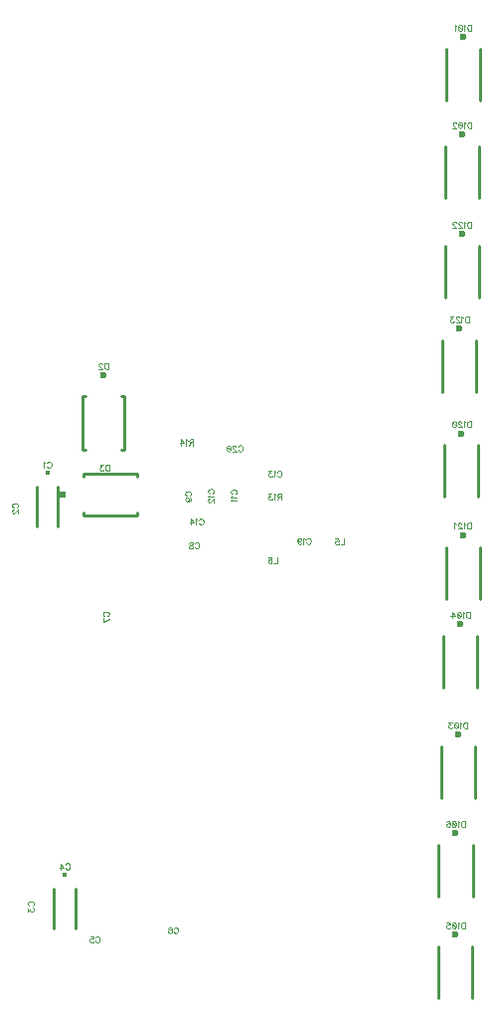
<source format=gbr>
G04 DipTrace 3.3.1.3*
G04 BottomSilk.gbr*
%MOMM*%
G04 #@! TF.FileFunction,Legend,Bot*
G04 #@! TF.Part,Single*
%ADD10C,0.25*%
%ADD30O,0.39996X0.39985*%
%ADD39O,0.59978X0.60023*%
%ADD41O,0.60023X0.59978*%
%ADD46O,0.60002X0.60023*%
%ADD152C,0.07843*%
%FSLAX35Y35*%
G04*
G71*
G90*
G75*
G01*
G04 BotSilk*
%LPD*%
X1597000Y6185025D2*
D10*
Y5844960D1*
X1777000Y6185025D2*
Y5844960D1*
D30*
X1687000Y6305007D3*
X1743000Y2768025D2*
D10*
Y2427960D1*
X1923000Y2768025D2*
Y2427960D1*
D30*
X1833000Y2888007D3*
X1981992Y6954009D2*
D10*
Y6503992D1*
X2342002Y6954009D2*
Y6503992D1*
X1981992D2*
X2007012D1*
X1981992Y6954009D2*
X2007012D1*
X2316981Y6503992D2*
X2342002D1*
X2316981Y6954009D2*
X2342002D1*
D39*
X2161997Y7136489D3*
X1996991Y5938992D2*
D10*
X2447008D1*
X1996991Y6299002D2*
X2447008D1*
Y5938992D2*
Y5964012D1*
X1996991Y5938992D2*
Y5964012D1*
X2447008Y6273981D2*
Y6299002D1*
X1996991Y6273981D2*
Y6299002D1*
D41*
X1814511Y6118997D3*
X5082995Y9912997D2*
D10*
Y9473031D1*
X5372998Y9912997D2*
Y9473031D1*
D46*
X5228011Y10012995D3*
X5072995Y9084997D2*
D10*
Y8645031D1*
X5362998Y9084997D2*
Y8645031D1*
D46*
X5218011Y9184995D3*
X5037995Y3978997D2*
D10*
Y3539031D1*
X5327998Y3978997D2*
Y3539031D1*
D46*
X5183011Y4078995D3*
X5058995Y4918997D2*
D10*
Y4479031D1*
X5348998Y4918997D2*
Y4479031D1*
D46*
X5204011Y5018995D3*
X5017995Y2274997D2*
D10*
Y1835031D1*
X5307998Y2274997D2*
Y1835031D1*
D46*
X5163011Y2374995D3*
X5018995Y3137997D2*
D10*
Y2698031D1*
X5308998Y3137997D2*
Y2698031D1*
D46*
X5164011Y3237995D3*
X5068995Y6538997D2*
D10*
Y6099031D1*
X5358998Y6538997D2*
Y6099031D1*
D46*
X5214011Y6638995D3*
X5079995Y5673997D2*
D10*
Y5234031D1*
X5369998Y5673997D2*
Y5234031D1*
D46*
X5225011Y5773995D3*
X5071995Y8235997D2*
D10*
Y7796031D1*
X5361998Y8235997D2*
Y7796031D1*
D46*
X5217011Y8335995D3*
X5050995Y7430984D2*
D10*
Y6991018D1*
X5340998Y7430984D2*
Y6991018D1*
D46*
X5196011Y7530982D3*
X1682714Y6387265D2*
D152*
X1685129Y6392095D1*
X1690014Y6396980D1*
X1694843Y6399395D1*
X1704558D1*
X1709443Y6396980D1*
X1714272Y6392095D1*
X1716743Y6387265D1*
X1719158Y6379965D1*
Y6367780D1*
X1716743Y6360536D1*
X1714272Y6355651D1*
X1709443Y6350822D1*
X1704558Y6348351D1*
X1694843D1*
X1690014Y6350822D1*
X1685129Y6355651D1*
X1682714Y6360536D1*
X1667028Y6389624D2*
X1662142Y6392095D1*
X1654842Y6399338D1*
Y6348351D1*
X1398735Y6009636D2*
X1393906Y6012051D1*
X1389020Y6016936D1*
X1386606Y6021765D1*
Y6031480D1*
X1389020Y6036365D1*
X1393906Y6041194D1*
X1398735Y6043665D1*
X1406035Y6046080D1*
X1418220D1*
X1425464Y6043665D1*
X1430349Y6041194D1*
X1435179Y6036365D1*
X1437649Y6031480D1*
Y6021765D1*
X1435179Y6016936D1*
X1430349Y6012051D1*
X1425464Y6009636D1*
X1398791Y5991479D2*
X1396376D1*
X1391491Y5989064D1*
X1389076Y5986650D1*
X1386662Y5981764D1*
Y5972050D1*
X1389076Y5967221D1*
X1391491Y5964806D1*
X1396376Y5962335D1*
X1401205D1*
X1406091Y5964806D1*
X1413335Y5969635D1*
X1437649Y5993950D1*
Y5959921D1*
X1531735Y2620636D2*
X1526906Y2623051D1*
X1522020Y2627936D1*
X1519606Y2632765D1*
Y2642480D1*
X1522020Y2647365D1*
X1526906Y2652194D1*
X1531735Y2654665D1*
X1539035Y2657080D1*
X1551220D1*
X1558464Y2654665D1*
X1563349Y2652194D1*
X1568179Y2647365D1*
X1570649Y2642480D1*
Y2632765D1*
X1568179Y2627936D1*
X1563349Y2623051D1*
X1558464Y2620636D1*
X1519662Y2600064D2*
Y2573391D1*
X1539091Y2587935D1*
Y2580635D1*
X1541505Y2575806D1*
X1543920Y2573391D1*
X1551220Y2570921D1*
X1556049D1*
X1563349Y2573391D1*
X1568235Y2578221D1*
X1570649Y2585521D1*
Y2592820D1*
X1568235Y2600064D1*
X1565764Y2602479D1*
X1560935Y2604950D1*
X1840843Y2970265D2*
X1843258Y2975095D1*
X1848143Y2979980D1*
X1852972Y2982395D1*
X1862687D1*
X1867572Y2979980D1*
X1872402Y2975095D1*
X1874872Y2970265D1*
X1877287Y2962965D1*
Y2950780D1*
X1874872Y2943536D1*
X1872402Y2938651D1*
X1867572Y2933822D1*
X1862687Y2931351D1*
X1852972D1*
X1848143Y2933822D1*
X1843258Y2938651D1*
X1840843Y2943536D1*
X1800842Y2931351D2*
Y2982338D1*
X1825157Y2948365D1*
X1788713D1*
X2095636Y2349265D2*
X2098050Y2354095D1*
X2102936Y2358980D1*
X2107765Y2361395D1*
X2117480D1*
X2122365Y2358980D1*
X2127194Y2354095D1*
X2129665Y2349265D1*
X2132080Y2341965D1*
Y2329780D1*
X2129665Y2322536D1*
X2127194Y2317651D1*
X2122365Y2312822D1*
X2117480Y2310351D1*
X2107765D1*
X2102936Y2312822D1*
X2098050Y2317651D1*
X2095636Y2322536D1*
X2050806Y2361338D2*
X2075064D1*
X2077479Y2339495D1*
X2075064Y2341909D1*
X2067764Y2344380D1*
X2060520D1*
X2053220Y2341909D1*
X2048335Y2337080D1*
X2045920Y2329780D1*
Y2324951D1*
X2048335Y2317651D1*
X2053220Y2312765D1*
X2060520Y2310351D1*
X2067764D1*
X2075064Y2312765D1*
X2077479Y2315236D1*
X2079950Y2320065D1*
X2761400Y2426265D2*
X2763815Y2431095D1*
X2768700Y2435980D1*
X2773530Y2438395D1*
X2783244D1*
X2788130Y2435980D1*
X2792959Y2431095D1*
X2795430Y2426265D1*
X2797844Y2418965D1*
Y2406780D1*
X2795430Y2399536D1*
X2792959Y2394651D1*
X2788130Y2389822D1*
X2783244Y2387351D1*
X2773530D1*
X2768700Y2389822D1*
X2763815Y2394651D1*
X2761400Y2399536D1*
X2716570Y2431095D2*
X2718985Y2435924D1*
X2726285Y2438338D1*
X2731114D1*
X2738414Y2435924D1*
X2743300Y2428624D1*
X2745714Y2416495D1*
Y2404365D1*
X2743300Y2394651D1*
X2738414Y2389765D1*
X2731114Y2387351D1*
X2728700D1*
X2721456Y2389765D1*
X2716570Y2394651D1*
X2714156Y2401951D1*
Y2404365D1*
X2716570Y2411665D1*
X2721456Y2416495D1*
X2728700Y2418909D1*
X2731114D1*
X2738414Y2416495D1*
X2743300Y2411665D1*
X2745714Y2404365D1*
X2171735Y5087636D2*
X2166906Y5090051D1*
X2162020Y5094936D1*
X2159606Y5099765D1*
Y5109480D1*
X2162020Y5114365D1*
X2166906Y5119194D1*
X2171735Y5121665D1*
X2179035Y5124080D1*
X2191220D1*
X2198464Y5121665D1*
X2203349Y5119194D1*
X2208179Y5114365D1*
X2210649Y5109480D1*
Y5099765D1*
X2208179Y5094936D1*
X2203349Y5090051D1*
X2198464Y5087636D1*
X2210649Y5062235D2*
X2159662Y5037921D1*
Y5071950D1*
X2942608Y5700265D2*
X2945022Y5705095D1*
X2949908Y5709980D1*
X2954737Y5712395D1*
X2964452D1*
X2969337Y5709980D1*
X2974166Y5705095D1*
X2976637Y5700265D1*
X2979052Y5692965D1*
Y5680780D1*
X2976637Y5673536D1*
X2974166Y5668651D1*
X2969337Y5663822D1*
X2964452Y5661351D1*
X2954737D1*
X2949908Y5663822D1*
X2945022Y5668651D1*
X2942608Y5673536D1*
X2914792Y5712338D2*
X2922036Y5709924D1*
X2924507Y5705095D1*
Y5700209D1*
X2922036Y5695380D1*
X2917207Y5692909D1*
X2907492Y5690495D1*
X2900192Y5688080D1*
X2895363Y5683195D1*
X2892948Y5678365D1*
Y5671065D1*
X2895363Y5666236D1*
X2897778Y5663765D1*
X2905078Y5661351D1*
X2914792D1*
X2922036Y5663765D1*
X2924507Y5666236D1*
X2926921Y5671065D1*
Y5678365D1*
X2924507Y5683195D1*
X2919621Y5688080D1*
X2912378Y5690495D1*
X2902663Y5692909D1*
X2897778Y5695380D1*
X2895363Y5700209D1*
Y5705095D1*
X2897778Y5709924D1*
X2905078Y5712338D1*
X2914792D1*
X2871735Y6109429D2*
X2866906Y6111843D1*
X2862020Y6116729D1*
X2859606Y6121558D1*
Y6131273D1*
X2862020Y6136158D1*
X2866906Y6140987D1*
X2871735Y6143458D1*
X2879035Y6145872D1*
X2891220D1*
X2898464Y6143458D1*
X2903349Y6140987D1*
X2908179Y6136158D1*
X2910649Y6131272D1*
Y6121558D1*
X2908179Y6116729D1*
X2903349Y6111843D1*
X2898464Y6109429D1*
X2876620Y6062128D2*
X2883920Y6064599D1*
X2888805Y6069428D1*
X2891220Y6076728D1*
Y6079143D1*
X2888806Y6086442D1*
X2883920Y6091272D1*
X2876620Y6093742D1*
X2874205D1*
X2866905Y6091272D1*
X2862076Y6086443D1*
X2859662Y6079143D1*
Y6076728D1*
X2862076Y6069428D1*
X2866905Y6064599D1*
X2876620Y6062128D1*
X2888805D1*
X2900935Y6064599D1*
X2908235Y6069428D1*
X2910649Y6076728D1*
Y6081557D1*
X2908235Y6088857D1*
X2903349Y6091272D1*
X3261735Y6123650D2*
X3256906Y6126065D1*
X3252020Y6130950D1*
X3249606Y6135779D1*
Y6145494D1*
X3252020Y6150379D1*
X3256906Y6155208D1*
X3261735Y6157679D1*
X3269035Y6160094D1*
X3281220D1*
X3288464Y6157679D1*
X3293349Y6155208D1*
X3298179Y6150379D1*
X3300649Y6145494D1*
Y6135779D1*
X3298179Y6130950D1*
X3293349Y6126064D1*
X3288464Y6123650D1*
X3259376Y6107964D2*
X3256905Y6103078D1*
X3249662Y6095778D1*
X3300649D1*
X3259376Y6080092D2*
X3256905Y6075207D1*
X3249662Y6067907D1*
X3300649D1*
X3066735Y6130572D2*
X3061906Y6132986D1*
X3057020Y6137872D1*
X3054606Y6142701D1*
Y6152416D1*
X3057020Y6157301D1*
X3061905Y6162130D1*
X3066735Y6164601D1*
X3074035Y6167016D1*
X3086220D1*
X3093464Y6164601D1*
X3098349Y6162130D1*
X3103178Y6157301D1*
X3105649Y6152416D1*
Y6142701D1*
X3103179Y6137872D1*
X3098349Y6132986D1*
X3093464Y6130572D1*
X3064376Y6114886D2*
X3061906Y6110000D1*
X3054662Y6102700D1*
X3105649D1*
X3066791Y6084543D2*
X3064376D1*
X3059491Y6082129D1*
X3057076Y6079714D1*
X3054662Y6074829D1*
Y6065114D1*
X3057076Y6060285D1*
X3059491Y6057870D1*
X3064376Y6055399D1*
X3069205D1*
X3074091Y6057870D1*
X3081335Y6062699D1*
X3105649Y6087014D1*
Y6052985D1*
X3644572Y6309265D2*
X3646986Y6314095D1*
X3651872Y6318980D1*
X3656701Y6321395D1*
X3666416D1*
X3671301Y6318980D1*
X3676130Y6314095D1*
X3678601Y6309265D1*
X3681016Y6301965D1*
Y6289780D1*
X3678601Y6282536D1*
X3676130Y6277651D1*
X3671301Y6272822D1*
X3666416Y6270351D1*
X3656701D1*
X3651872Y6272822D1*
X3646986Y6277651D1*
X3644572Y6282536D1*
X3628885Y6311624D2*
X3624000Y6314095D1*
X3616700Y6321338D1*
Y6270351D1*
X3596128Y6321338D2*
X3569455D1*
X3583999Y6301909D1*
X3576699D1*
X3571870Y6299495D1*
X3569455Y6297080D1*
X3566984Y6289780D1*
Y6284951D1*
X3569455Y6277651D1*
X3574284Y6272765D1*
X3581584Y6270351D1*
X3588884D1*
X3596128Y6272765D1*
X3598543Y6275236D1*
X3601014Y6280065D1*
X2978779Y5903265D2*
X2981194Y5908095D1*
X2986079Y5912980D1*
X2990908Y5915395D1*
X3000623D1*
X3005508Y5912980D1*
X3010337Y5908095D1*
X3012808Y5903265D1*
X3015223Y5895965D1*
Y5883780D1*
X3012808Y5876536D1*
X3010337Y5871651D1*
X3005508Y5866822D1*
X3000623Y5864351D1*
X2990908D1*
X2986079Y5866822D1*
X2981194Y5871651D1*
X2978779Y5876536D1*
X2963093Y5905624D2*
X2958207Y5908095D1*
X2950907Y5915338D1*
Y5864351D1*
X2910906D2*
Y5915338D1*
X2935221Y5881365D1*
X2898777D1*
X3893364Y5738265D2*
X3895779Y5743095D1*
X3900664Y5747980D1*
X3905494Y5750395D1*
X3915208D1*
X3920094Y5747980D1*
X3924923Y5743095D1*
X3927394Y5738265D1*
X3929808Y5730965D1*
Y5718780D1*
X3927394Y5711536D1*
X3924923Y5706651D1*
X3920094Y5701822D1*
X3915208Y5699351D1*
X3905494D1*
X3900664Y5701822D1*
X3895779Y5706651D1*
X3893364Y5711536D1*
X3877678Y5740624D2*
X3872793Y5743095D1*
X3865493Y5750338D1*
Y5699351D1*
X3818192Y5733380D2*
X3820663Y5726080D1*
X3825492Y5721195D1*
X3832792Y5718780D1*
X3835206D1*
X3842506Y5721195D1*
X3847336Y5726080D1*
X3849806Y5733380D1*
Y5735795D1*
X3847336Y5743095D1*
X3842506Y5747924D1*
X3835206Y5750338D1*
X3832792D1*
X3825492Y5747924D1*
X3820663Y5743095D1*
X3818192Y5733380D1*
Y5721195D1*
X3820663Y5709065D1*
X3825492Y5701765D1*
X3832792Y5699351D1*
X3837621D1*
X3844921Y5701765D1*
X3847336Y5706651D1*
X3310494Y6526265D2*
X3312908Y6531095D1*
X3317794Y6535980D1*
X3322623Y6538395D1*
X3332337D1*
X3337223Y6535980D1*
X3342052Y6531095D1*
X3344523Y6526265D1*
X3346937Y6518965D1*
Y6506780D1*
X3344523Y6499536D1*
X3342052Y6494651D1*
X3337223Y6489822D1*
X3332337Y6487351D1*
X3322623D1*
X3317794Y6489822D1*
X3312908Y6494651D1*
X3310494Y6499536D1*
X3292337Y6526209D2*
Y6528624D1*
X3289922Y6533509D1*
X3287507Y6535924D1*
X3282622Y6538338D1*
X3272907D1*
X3268078Y6535924D1*
X3265663Y6533509D1*
X3263193Y6528624D1*
Y6523795D1*
X3265663Y6518909D1*
X3270493Y6511665D1*
X3294807Y6487351D1*
X3260778D1*
X3230492Y6538338D2*
X3237792Y6535924D1*
X3242677Y6528624D1*
X3245092Y6516495D1*
Y6509195D1*
X3242677Y6497065D1*
X3237792Y6489765D1*
X3230492Y6487351D1*
X3225663D1*
X3218363Y6489765D1*
X3213533Y6497065D1*
X3211063Y6509195D1*
Y6516495D1*
X3213533Y6528624D1*
X3218363Y6535924D1*
X3225663Y6538338D1*
X3230492D1*
X3213533Y6528624D2*
X3242677Y6497065D1*
X2203869Y7240895D2*
Y7189851D1*
X2186854D1*
X2179554Y7192322D1*
X2174669Y7197151D1*
X2172254Y7202036D1*
X2169840Y7209280D1*
Y7221465D1*
X2172254Y7228765D1*
X2174669Y7233595D1*
X2179554Y7238480D1*
X2186854Y7240895D1*
X2203869D1*
X2151683Y7228709D2*
Y7231124D1*
X2149268Y7236009D1*
X2146854Y7238424D1*
X2141968Y7240838D1*
X2132254D1*
X2127424Y7238424D1*
X2125010Y7236009D1*
X2122539Y7231124D1*
Y7226295D1*
X2125010Y7221409D1*
X2129839Y7214165D1*
X2154154Y7189851D1*
X2120124D1*
X2215122Y6373396D2*
Y6322352D1*
X2198108D1*
X2190808Y6324823D1*
X2185922Y6329652D1*
X2183508Y6334538D1*
X2181093Y6341782D1*
Y6353967D1*
X2183508Y6361267D1*
X2185922Y6366096D1*
X2190808Y6370982D1*
X2198108Y6373396D1*
X2215122D1*
X2160521Y6373340D2*
X2133848D1*
X2148392Y6353911D1*
X2141092D1*
X2136263Y6351496D1*
X2133848Y6349082D1*
X2131378Y6341782D1*
Y6336952D1*
X2133848Y6329652D1*
X2138678Y6324767D1*
X2145978Y6322352D1*
X2153278D1*
X2160521Y6324767D1*
X2162936Y6327238D1*
X2165407Y6332067D1*
X5297741Y10117401D2*
Y10066357D1*
X5280726D1*
X5273426Y10068828D1*
X5268541Y10073657D1*
X5266126Y10078543D1*
X5263711Y10085787D1*
Y10097972D1*
X5266126Y10105272D1*
X5268541Y10110101D1*
X5273426Y10114987D1*
X5280726Y10117401D1*
X5297741D1*
X5248025Y10107631D2*
X5243140Y10110101D1*
X5235840Y10117345D1*
Y10066357D1*
X5205554Y10117345D2*
X5212854Y10114931D1*
X5217739Y10107631D1*
X5220154Y10095501D1*
Y10088201D1*
X5217739Y10076072D1*
X5212854Y10068772D1*
X5205554Y10066357D1*
X5200724D1*
X5193424Y10068772D1*
X5188595Y10076072D1*
X5186124Y10088201D1*
Y10095501D1*
X5188595Y10107631D1*
X5193424Y10114931D1*
X5200724Y10117345D1*
X5205554D1*
X5188595Y10107631D2*
X5217739Y10076072D1*
X5170438Y10107631D2*
X5165553Y10110101D1*
X5158253Y10117345D1*
Y10066357D1*
X5298663Y9289401D2*
Y9238357D1*
X5281648D1*
X5274348Y9240828D1*
X5269463Y9245657D1*
X5267048Y9250543D1*
X5264633Y9257787D1*
Y9269972D1*
X5267048Y9277272D1*
X5269463Y9282101D1*
X5274348Y9286987D1*
X5281648Y9289401D1*
X5298663D1*
X5248947Y9279631D2*
X5244062Y9282101D1*
X5236762Y9289345D1*
Y9238357D1*
X5206475Y9289345D2*
X5213775Y9286931D1*
X5218661Y9279631D1*
X5221075Y9267501D1*
Y9260201D1*
X5218661Y9248072D1*
X5213775Y9240772D1*
X5206475Y9238357D1*
X5201646D1*
X5194346Y9240772D1*
X5189517Y9248072D1*
X5187046Y9260201D1*
Y9267501D1*
X5189517Y9279631D1*
X5194346Y9286931D1*
X5201646Y9289345D1*
X5206475D1*
X5189517Y9279631D2*
X5218661Y9248072D1*
X5168889Y9277216D2*
Y9279631D1*
X5166475Y9284516D1*
X5164060Y9286931D1*
X5159175Y9289345D1*
X5149460D1*
X5144631Y9286931D1*
X5142216Y9284516D1*
X5139745Y9279631D1*
Y9274801D1*
X5142216Y9269916D1*
X5147045Y9262672D1*
X5171360Y9238357D1*
X5137331D1*
X5263663Y4183401D2*
Y4132357D1*
X5246648D1*
X5239348Y4134828D1*
X5234463Y4139657D1*
X5232048Y4144543D1*
X5229633Y4151787D1*
Y4163972D1*
X5232048Y4171272D1*
X5234463Y4176101D1*
X5239348Y4180987D1*
X5246648Y4183401D1*
X5263663D1*
X5213947Y4173631D2*
X5209062Y4176101D1*
X5201762Y4183345D1*
Y4132357D1*
X5171475Y4183345D2*
X5178775Y4180931D1*
X5183661Y4173631D1*
X5186075Y4161501D1*
Y4154201D1*
X5183661Y4142072D1*
X5178775Y4134772D1*
X5171475Y4132357D1*
X5166646D1*
X5159346Y4134772D1*
X5154517Y4142072D1*
X5152046Y4154201D1*
Y4161501D1*
X5154517Y4173631D1*
X5159346Y4180931D1*
X5166646Y4183345D1*
X5171475D1*
X5154517Y4173631D2*
X5183661Y4142072D1*
X5131475Y4183345D2*
X5104801D1*
X5119345Y4163916D1*
X5112045D1*
X5107216Y4161501D1*
X5104801Y4159087D1*
X5102331Y4151787D1*
Y4146957D1*
X5104801Y4139657D1*
X5109631Y4134772D1*
X5116931Y4132357D1*
X5124231D1*
X5131475Y4134772D1*
X5133889Y4137243D1*
X5136360Y4142072D1*
X5285870Y5123401D2*
Y5072357D1*
X5268855D1*
X5261555Y5074828D1*
X5256670Y5079657D1*
X5254255Y5084543D1*
X5251841Y5091787D1*
Y5103972D1*
X5254255Y5111272D1*
X5256670Y5116101D1*
X5261555Y5120987D1*
X5268855Y5123401D1*
X5285870D1*
X5236154Y5113631D2*
X5231269Y5116101D1*
X5223969Y5123345D1*
Y5072357D1*
X5193683Y5123345D2*
X5200983Y5120931D1*
X5205868Y5113631D1*
X5208283Y5101501D1*
Y5094201D1*
X5205868Y5082072D1*
X5200983Y5074772D1*
X5193683Y5072357D1*
X5188854D1*
X5181554Y5074772D1*
X5176724Y5082072D1*
X5174254Y5094201D1*
Y5101501D1*
X5176724Y5113631D1*
X5181554Y5120931D1*
X5188854Y5123345D1*
X5193683D1*
X5176724Y5113631D2*
X5205868Y5082072D1*
X5134253Y5072357D2*
Y5123345D1*
X5158567Y5089372D1*
X5122123D1*
X5243663Y2479401D2*
Y2428357D1*
X5226648D1*
X5219348Y2430828D1*
X5214463Y2435657D1*
X5212048Y2440543D1*
X5209633Y2447787D1*
Y2459972D1*
X5212048Y2467272D1*
X5214463Y2472101D1*
X5219348Y2476987D1*
X5226648Y2479401D1*
X5243663D1*
X5193947Y2469631D2*
X5189062Y2472101D1*
X5181762Y2479345D1*
Y2428357D1*
X5151475Y2479345D2*
X5158775Y2476931D1*
X5163661Y2469631D1*
X5166075Y2457501D1*
Y2450201D1*
X5163661Y2438072D1*
X5158775Y2430772D1*
X5151475Y2428357D1*
X5146646D1*
X5139346Y2430772D1*
X5134517Y2438072D1*
X5132046Y2450201D1*
Y2457501D1*
X5134517Y2469631D1*
X5139346Y2476931D1*
X5146646Y2479345D1*
X5151475D1*
X5134517Y2469631D2*
X5163661Y2438072D1*
X5087216Y2479345D2*
X5111475D1*
X5113889Y2457501D1*
X5111475Y2459916D1*
X5104175Y2462387D1*
X5096931D1*
X5089631Y2459916D1*
X5084745Y2455087D1*
X5082331Y2447787D1*
Y2442957D1*
X5084745Y2435657D1*
X5089631Y2430772D1*
X5096931Y2428357D1*
X5104175D1*
X5111475Y2430772D1*
X5113889Y2433243D1*
X5116360Y2438072D1*
X5243427Y3342401D2*
Y3291357D1*
X5226413D1*
X5219113Y3293828D1*
X5214227Y3298657D1*
X5211813Y3303543D1*
X5209398Y3310787D1*
Y3322972D1*
X5211813Y3330272D1*
X5214227Y3335101D1*
X5219113Y3339987D1*
X5226413Y3342401D1*
X5243427D1*
X5193712Y3332631D2*
X5188826Y3335101D1*
X5181526Y3342345D1*
Y3291357D1*
X5151240Y3342345D2*
X5158540Y3339931D1*
X5163425Y3332631D1*
X5165840Y3320501D1*
Y3313201D1*
X5163425Y3301072D1*
X5158540Y3293772D1*
X5151240Y3291357D1*
X5146411D1*
X5139111Y3293772D1*
X5134282Y3301072D1*
X5131811Y3313201D1*
Y3320501D1*
X5134282Y3332631D1*
X5139111Y3339931D1*
X5146411Y3342345D1*
X5151240D1*
X5134282Y3332631D2*
X5163425Y3301072D1*
X5086981Y3335101D2*
X5089395Y3339931D1*
X5096695Y3342345D1*
X5101525D1*
X5108825Y3339931D1*
X5113710Y3332631D1*
X5116125Y3320501D1*
Y3308372D1*
X5113710Y3298657D1*
X5108825Y3293772D1*
X5101525Y3291357D1*
X5099110D1*
X5091866Y3293772D1*
X5086981Y3298657D1*
X5084566Y3305957D1*
Y3308372D1*
X5086981Y3315672D1*
X5091866Y3320501D1*
X5099110Y3322916D1*
X5101525D1*
X5108825Y3320501D1*
X5113710Y3315672D1*
X5116125Y3308372D1*
X5294663Y6743401D2*
Y6692357D1*
X5277648D1*
X5270348Y6694828D1*
X5265463Y6699657D1*
X5263048Y6704543D1*
X5260633Y6711787D1*
Y6723972D1*
X5263048Y6731272D1*
X5265463Y6736101D1*
X5270348Y6740987D1*
X5277648Y6743401D1*
X5294663D1*
X5244947Y6733631D2*
X5240062Y6736101D1*
X5232762Y6743345D1*
Y6692357D1*
X5214605Y6731216D2*
Y6733631D1*
X5212190Y6738516D1*
X5209775Y6740931D1*
X5204890Y6743345D1*
X5195175D1*
X5190346Y6740931D1*
X5187932Y6738516D1*
X5185461Y6733631D1*
Y6728801D1*
X5187932Y6723916D1*
X5192761Y6716672D1*
X5217075Y6692357D1*
X5183046D1*
X5152760Y6743345D2*
X5160060Y6740931D1*
X5164945Y6733631D1*
X5167360Y6721501D1*
Y6714201D1*
X5164945Y6702072D1*
X5160060Y6694772D1*
X5152760Y6692357D1*
X5147931D1*
X5140631Y6694772D1*
X5135801Y6702072D1*
X5133331Y6714201D1*
Y6721501D1*
X5135801Y6733631D1*
X5140631Y6740931D1*
X5147931Y6743345D1*
X5152760D1*
X5135801Y6733631D2*
X5164945Y6702072D1*
X5294741Y5878401D2*
Y5827357D1*
X5277726D1*
X5270426Y5829828D1*
X5265541Y5834657D1*
X5263126Y5839543D1*
X5260711Y5846787D1*
Y5858972D1*
X5263126Y5866272D1*
X5265541Y5871101D1*
X5270426Y5875987D1*
X5277726Y5878401D1*
X5294741D1*
X5245025Y5868631D2*
X5240140Y5871101D1*
X5232840Y5878345D1*
Y5827357D1*
X5214683Y5866216D2*
Y5868631D1*
X5212268Y5873516D1*
X5209854Y5875931D1*
X5204968Y5878345D1*
X5195254D1*
X5190424Y5875931D1*
X5188010Y5873516D1*
X5185539Y5868631D1*
Y5863801D1*
X5188010Y5858916D1*
X5192839Y5851672D1*
X5217154Y5827357D1*
X5183124D1*
X5167438Y5868631D2*
X5162553Y5871101D1*
X5155253Y5878345D1*
Y5827357D1*
X5297663Y8440401D2*
Y8389357D1*
X5280648D1*
X5273348Y8391828D1*
X5268463Y8396657D1*
X5266048Y8401543D1*
X5263633Y8408787D1*
Y8420972D1*
X5266048Y8428272D1*
X5268463Y8433101D1*
X5273348Y8437987D1*
X5280648Y8440401D1*
X5297663D1*
X5247947Y8430631D2*
X5243062Y8433101D1*
X5235762Y8440345D1*
Y8389357D1*
X5217605Y8428216D2*
Y8430631D1*
X5215190Y8435516D1*
X5212775Y8437931D1*
X5207890Y8440345D1*
X5198175D1*
X5193346Y8437931D1*
X5190932Y8435516D1*
X5188461Y8430631D1*
Y8425801D1*
X5190932Y8420916D1*
X5195761Y8413672D1*
X5220075Y8389357D1*
X5186046D1*
X5167889Y8428216D2*
Y8430631D1*
X5165475Y8435516D1*
X5163060Y8437931D1*
X5158175Y8440345D1*
X5148460D1*
X5143631Y8437931D1*
X5141216Y8435516D1*
X5138745Y8430631D1*
Y8425801D1*
X5141216Y8420916D1*
X5146045Y8413672D1*
X5170360Y8389357D1*
X5136331D1*
X5276663Y7635388D2*
Y7584344D1*
X5259648D1*
X5252348Y7586815D1*
X5247463Y7591644D1*
X5245048Y7596530D1*
X5242633Y7603773D1*
Y7615959D1*
X5245048Y7623259D1*
X5247463Y7628088D1*
X5252348Y7632973D1*
X5259648Y7635388D1*
X5276663D1*
X5226947Y7625617D2*
X5222062Y7628088D1*
X5214762Y7635332D1*
Y7584344D1*
X5196605Y7623203D2*
Y7625617D1*
X5194190Y7630503D1*
X5191775Y7632917D1*
X5186890Y7635332D1*
X5177175D1*
X5172346Y7632917D1*
X5169932Y7630503D1*
X5167461Y7625617D1*
Y7620788D1*
X5169932Y7615903D1*
X5174761Y7608659D1*
X5199075Y7584344D1*
X5165046D1*
X5144475Y7635332D2*
X5117801D1*
X5132345Y7615903D1*
X5125045D1*
X5120216Y7613488D1*
X5117801Y7611073D1*
X5115331Y7603773D1*
Y7598944D1*
X5117801Y7591644D1*
X5122631Y7586759D1*
X5129931Y7584344D1*
X5137231D1*
X5144475Y7586759D1*
X5146889Y7589230D1*
X5149360Y7594059D1*
X4213430Y5744395D2*
Y5693351D1*
X4184286D1*
X4139456Y5744338D2*
X4163714D1*
X4166129Y5722495D1*
X4163714Y5724909D1*
X4156414Y5727380D1*
X4149170D1*
X4141870Y5724909D1*
X4136985Y5720080D1*
X4134570Y5712780D1*
Y5707951D1*
X4136985Y5700651D1*
X4141870Y5695765D1*
X4149170Y5693351D1*
X4156414D1*
X4163714Y5695765D1*
X4166129Y5698236D1*
X4168600Y5703065D1*
X3642194Y5585395D2*
Y5534351D1*
X3613050D1*
X3568220Y5578095D2*
X3570635Y5582924D1*
X3577935Y5585338D1*
X3582764D1*
X3590064Y5582924D1*
X3594950Y5575624D1*
X3597364Y5563495D1*
Y5551365D1*
X3594950Y5541651D1*
X3590064Y5536765D1*
X3582764Y5534351D1*
X3580350D1*
X3573106Y5536765D1*
X3568220Y5541651D1*
X3565806Y5548951D1*
Y5551365D1*
X3568220Y5558665D1*
X3573106Y5563495D1*
X3580350Y5565909D1*
X3582764D1*
X3590064Y5563495D1*
X3594950Y5558665D1*
X3597364Y5551365D1*
X3678808Y6101080D2*
X3656964D1*
X3649664Y6103551D1*
X3647194Y6105965D1*
X3644779Y6110795D1*
Y6115680D1*
X3647194Y6120509D1*
X3649664Y6122980D1*
X3656964Y6125395D1*
X3678808D1*
Y6074351D1*
X3661794Y6101080D2*
X3644779Y6074351D1*
X3629093Y6115624D2*
X3624207Y6118095D1*
X3616907Y6125338D1*
Y6074351D1*
X3596336Y6125338D2*
X3569663D1*
X3584206Y6105909D1*
X3576906D1*
X3572077Y6103495D1*
X3569663Y6101080D1*
X3567192Y6093780D1*
Y6088951D1*
X3569663Y6081651D1*
X3574492Y6076765D1*
X3581792Y6074351D1*
X3589092D1*
X3596336Y6076765D1*
X3598750Y6079236D1*
X3601221Y6084065D1*
X2929016Y6565080D2*
X2907172D1*
X2899872Y6567551D1*
X2897401Y6569965D1*
X2894986Y6574795D1*
Y6579680D1*
X2897401Y6584509D1*
X2899872Y6586980D1*
X2907172Y6589395D1*
X2929016D1*
Y6538351D1*
X2912001Y6565080D2*
X2894986Y6538351D1*
X2879300Y6579624D2*
X2874415Y6582095D1*
X2867115Y6589338D1*
Y6538351D1*
X2827114D2*
Y6589338D1*
X2851428Y6555365D1*
X2814984D1*
M02*

</source>
